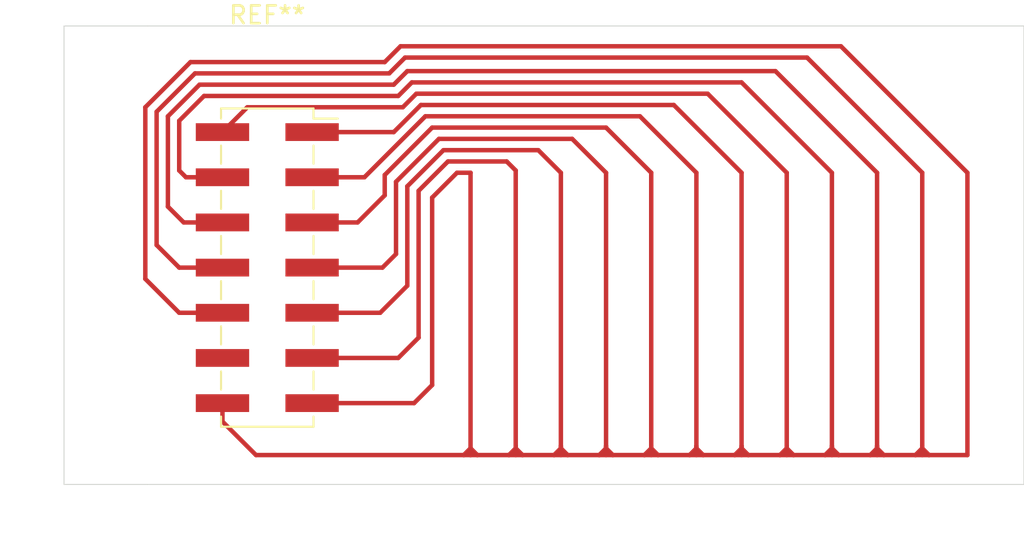
<source format=kicad_pcb>
(kicad_pcb (version 20171130) (host pcbnew "(5.1.6)-1")

  (general
    (thickness 1.6)
    (drawings 6)
    (tracks 155)
    (zones 0)
    (modules 1)
    (nets 1)
  )

  (page A4)
  (layers
    (0 F.Cu signal)
    (31 B.Cu signal)
    (32 B.Adhes user)
    (33 F.Adhes user)
    (34 B.Paste user)
    (35 F.Paste user)
    (36 B.SilkS user)
    (37 F.SilkS user)
    (38 B.Mask user)
    (39 F.Mask user)
    (40 Dwgs.User user)
    (41 Cmts.User user)
    (42 Eco1.User user)
    (43 Eco2.User user)
    (44 Edge.Cuts user)
    (45 Margin user)
    (46 B.CrtYd user)
    (47 F.CrtYd user)
    (48 B.Fab user)
    (49 F.Fab user)
  )

  (setup
    (last_trace_width 0.25)
    (trace_clearance 0.2)
    (zone_clearance 0.508)
    (zone_45_only no)
    (trace_min 0.2)
    (via_size 0.8)
    (via_drill 0.4)
    (via_min_size 0.4)
    (via_min_drill 0.3)
    (uvia_size 0.3)
    (uvia_drill 0.1)
    (uvias_allowed no)
    (uvia_min_size 0.2)
    (uvia_min_drill 0.1)
    (edge_width 0.05)
    (segment_width 0.2)
    (pcb_text_width 0.3)
    (pcb_text_size 1.5 1.5)
    (mod_edge_width 0.12)
    (mod_text_size 1 1)
    (mod_text_width 0.15)
    (pad_size 1.524 1.524)
    (pad_drill 0.762)
    (pad_to_mask_clearance 0.05)
    (aux_axis_origin 0 0)
    (visible_elements 7FFFFFFF)
    (pcbplotparams
      (layerselection 0x010fc_ffffffff)
      (usegerberextensions false)
      (usegerberattributes true)
      (usegerberadvancedattributes true)
      (creategerberjobfile true)
      (excludeedgelayer true)
      (linewidth 0.100000)
      (plotframeref false)
      (viasonmask false)
      (mode 1)
      (useauxorigin false)
      (hpglpennumber 1)
      (hpglpenspeed 20)
      (hpglpendiameter 15.000000)
      (psnegative false)
      (psa4output false)
      (plotreference true)
      (plotvalue true)
      (plotinvisibletext false)
      (padsonsilk false)
      (subtractmaskfromsilk false)
      (outputformat 1)
      (mirror false)
      (drillshape 0)
      (scaleselection 1)
      (outputdirectory "gerber/"))
  )

  (net 0 "")

  (net_class Default "This is the default net class."
    (clearance 0.2)
    (trace_width 0.25)
    (via_dia 0.8)
    (via_drill 0.4)
    (uvia_dia 0.3)
    (uvia_drill 0.1)
  )

  (module Connector_PinSocket_2.54mm:PinSocket_2x07_P2.54mm_Vertical_SMD (layer F.Cu) (tedit 5A19A41F) (tstamp 6286B92F)
    (at 100.457 83.947)
    (descr "surface-mounted straight socket strip, 2x07, 2.54mm pitch, double cols (from Kicad 4.0.7), script generated")
    (tags "Surface mounted socket strip SMD 2x07 2.54mm double row")
    (attr smd)
    (fp_text reference REF** (at 0 -14.2) (layer F.SilkS)
      (effects (font (size 1 1) (thickness 0.15)))
    )
    (fp_text value PinSocket_2x07_P2.54mm_Vertical_SMD (at 0 14.2) (layer F.Fab)
      (effects (font (size 1 1) (thickness 0.15)))
    )
    (fp_line (start -2.6 -8.95) (end 2.6 -8.95) (layer F.SilkS) (width 0.12))
    (fp_line (start 2.6 -8.95) (end 2.6 -8.38) (layer F.SilkS) (width 0.12))
    (fp_line (start 2.6 -6.86) (end 2.6 -5.84) (layer F.SilkS) (width 0.12))
    (fp_line (start 2.6 -4.32) (end 2.6 -3.3) (layer F.SilkS) (width 0.12))
    (fp_line (start 2.6 -1.78) (end 2.6 -0.76) (layer F.SilkS) (width 0.12))
    (fp_line (start 2.6 0.76) (end 2.6 1.78) (layer F.SilkS) (width 0.12))
    (fp_line (start 2.6 3.3) (end 2.6 4.32) (layer F.SilkS) (width 0.12))
    (fp_line (start 2.6 5.84) (end 2.6 6.86) (layer F.SilkS) (width 0.12))
    (fp_line (start 2.6 8.38) (end 2.6 8.95) (layer F.SilkS) (width 0.12))
    (fp_line (start -2.6 8.95) (end 2.6 8.95) (layer F.SilkS) (width 0.12))
    (fp_line (start -2.6 -8.95) (end -2.6 -8.38) (layer F.SilkS) (width 0.12))
    (fp_line (start -2.6 -6.86) (end -2.6 -5.84) (layer F.SilkS) (width 0.12))
    (fp_line (start -2.6 -4.32) (end -2.6 -3.3) (layer F.SilkS) (width 0.12))
    (fp_line (start -2.6 -1.78) (end -2.6 -0.76) (layer F.SilkS) (width 0.12))
    (fp_line (start -2.6 0.76) (end -2.6 1.78) (layer F.SilkS) (width 0.12))
    (fp_line (start -2.6 3.3) (end -2.6 4.32) (layer F.SilkS) (width 0.12))
    (fp_line (start -2.6 5.84) (end -2.6 6.86) (layer F.SilkS) (width 0.12))
    (fp_line (start -2.6 8.38) (end -2.6 8.95) (layer F.SilkS) (width 0.12))
    (fp_line (start 2.6 -8.38) (end 3.96 -8.38) (layer F.SilkS) (width 0.12))
    (fp_line (start -2.54 -8.89) (end 1.54 -8.89) (layer F.Fab) (width 0.1))
    (fp_line (start 1.54 -8.89) (end 2.54 -7.89) (layer F.Fab) (width 0.1))
    (fp_line (start 2.54 -7.89) (end 2.54 8.89) (layer F.Fab) (width 0.1))
    (fp_line (start 2.54 8.89) (end -2.54 8.89) (layer F.Fab) (width 0.1))
    (fp_line (start -2.54 8.89) (end -2.54 -8.89) (layer F.Fab) (width 0.1))
    (fp_line (start -3.92 -7.94) (end -2.54 -7.94) (layer F.Fab) (width 0.1))
    (fp_line (start -2.54 -7.3) (end -3.92 -7.3) (layer F.Fab) (width 0.1))
    (fp_line (start -3.92 -7.3) (end -3.92 -7.94) (layer F.Fab) (width 0.1))
    (fp_line (start 2.54 -7.94) (end 3.92 -7.94) (layer F.Fab) (width 0.1))
    (fp_line (start 3.92 -7.94) (end 3.92 -7.3) (layer F.Fab) (width 0.1))
    (fp_line (start 3.92 -7.3) (end 2.54 -7.3) (layer F.Fab) (width 0.1))
    (fp_line (start -3.92 -5.4) (end -2.54 -5.4) (layer F.Fab) (width 0.1))
    (fp_line (start -2.54 -4.76) (end -3.92 -4.76) (layer F.Fab) (width 0.1))
    (fp_line (start -3.92 -4.76) (end -3.92 -5.4) (layer F.Fab) (width 0.1))
    (fp_line (start 2.54 -5.4) (end 3.92 -5.4) (layer F.Fab) (width 0.1))
    (fp_line (start 3.92 -5.4) (end 3.92 -4.76) (layer F.Fab) (width 0.1))
    (fp_line (start 3.92 -4.76) (end 2.54 -4.76) (layer F.Fab) (width 0.1))
    (fp_line (start -3.92 -2.86) (end -2.54 -2.86) (layer F.Fab) (width 0.1))
    (fp_line (start -2.54 -2.22) (end -3.92 -2.22) (layer F.Fab) (width 0.1))
    (fp_line (start -3.92 -2.22) (end -3.92 -2.86) (layer F.Fab) (width 0.1))
    (fp_line (start 2.54 -2.86) (end 3.92 -2.86) (layer F.Fab) (width 0.1))
    (fp_line (start 3.92 -2.86) (end 3.92 -2.22) (layer F.Fab) (width 0.1))
    (fp_line (start 3.92 -2.22) (end 2.54 -2.22) (layer F.Fab) (width 0.1))
    (fp_line (start -3.92 -0.32) (end -2.54 -0.32) (layer F.Fab) (width 0.1))
    (fp_line (start -2.54 0.32) (end -3.92 0.32) (layer F.Fab) (width 0.1))
    (fp_line (start -3.92 0.32) (end -3.92 -0.32) (layer F.Fab) (width 0.1))
    (fp_line (start 2.54 -0.32) (end 3.92 -0.32) (layer F.Fab) (width 0.1))
    (fp_line (start 3.92 -0.32) (end 3.92 0.32) (layer F.Fab) (width 0.1))
    (fp_line (start 3.92 0.32) (end 2.54 0.32) (layer F.Fab) (width 0.1))
    (fp_line (start -3.92 2.22) (end -2.54 2.22) (layer F.Fab) (width 0.1))
    (fp_line (start -2.54 2.86) (end -3.92 2.86) (layer F.Fab) (width 0.1))
    (fp_line (start -3.92 2.86) (end -3.92 2.22) (layer F.Fab) (width 0.1))
    (fp_line (start 2.54 2.22) (end 3.92 2.22) (layer F.Fab) (width 0.1))
    (fp_line (start 3.92 2.22) (end 3.92 2.86) (layer F.Fab) (width 0.1))
    (fp_line (start 3.92 2.86) (end 2.54 2.86) (layer F.Fab) (width 0.1))
    (fp_line (start -3.92 4.76) (end -2.54 4.76) (layer F.Fab) (width 0.1))
    (fp_line (start -2.54 5.4) (end -3.92 5.4) (layer F.Fab) (width 0.1))
    (fp_line (start -3.92 5.4) (end -3.92 4.76) (layer F.Fab) (width 0.1))
    (fp_line (start 2.54 4.76) (end 3.92 4.76) (layer F.Fab) (width 0.1))
    (fp_line (start 3.92 4.76) (end 3.92 5.4) (layer F.Fab) (width 0.1))
    (fp_line (start 3.92 5.4) (end 2.54 5.4) (layer F.Fab) (width 0.1))
    (fp_line (start -3.92 7.3) (end -2.54 7.3) (layer F.Fab) (width 0.1))
    (fp_line (start -2.54 7.94) (end -3.92 7.94) (layer F.Fab) (width 0.1))
    (fp_line (start -3.92 7.94) (end -3.92 7.3) (layer F.Fab) (width 0.1))
    (fp_line (start 2.54 7.3) (end 3.92 7.3) (layer F.Fab) (width 0.1))
    (fp_line (start 3.92 7.3) (end 3.92 7.94) (layer F.Fab) (width 0.1))
    (fp_line (start 3.92 7.94) (end 2.54 7.94) (layer F.Fab) (width 0.1))
    (fp_line (start -4.55 -9.4) (end 4.5 -9.4) (layer F.CrtYd) (width 0.05))
    (fp_line (start 4.5 -9.4) (end 4.5 9.4) (layer F.CrtYd) (width 0.05))
    (fp_line (start 4.5 9.4) (end -4.55 9.4) (layer F.CrtYd) (width 0.05))
    (fp_line (start -4.55 9.4) (end -4.55 -9.4) (layer F.CrtYd) (width 0.05))
    (fp_text user %R (at 0 0 90) (layer F.Fab)
      (effects (font (size 1 1) (thickness 0.15)))
    )
    (pad 1 smd rect (at 2.52 -7.62) (size 3 1) (layers F.Cu F.Paste F.Mask))
    (pad 2 smd rect (at -2.52 -7.62) (size 3 1) (layers F.Cu F.Paste F.Mask))
    (pad 3 smd rect (at 2.52 -5.08) (size 3 1) (layers F.Cu F.Paste F.Mask))
    (pad 4 smd rect (at -2.52 -5.08) (size 3 1) (layers F.Cu F.Paste F.Mask))
    (pad 5 smd rect (at 2.52 -2.54) (size 3 1) (layers F.Cu F.Paste F.Mask))
    (pad 6 smd rect (at -2.52 -2.54) (size 3 1) (layers F.Cu F.Paste F.Mask))
    (pad 7 smd rect (at 2.52 0) (size 3 1) (layers F.Cu F.Paste F.Mask))
    (pad 8 smd rect (at -2.52 0) (size 3 1) (layers F.Cu F.Paste F.Mask))
    (pad 9 smd rect (at 2.52 2.54) (size 3 1) (layers F.Cu F.Paste F.Mask))
    (pad 10 smd rect (at -2.52 2.54) (size 3 1) (layers F.Cu F.Paste F.Mask))
    (pad 11 smd rect (at 2.52 5.08) (size 3 1) (layers F.Cu F.Paste F.Mask))
    (pad 12 smd rect (at -2.52 5.08) (size 3 1) (layers F.Cu F.Paste F.Mask))
    (pad 13 smd rect (at 2.52 7.62) (size 3 1) (layers F.Cu F.Paste F.Mask))
    (pad 14 smd rect (at -2.52 7.62) (size 3 1) (layers F.Cu F.Paste F.Mask))
    (model ${KISYS3DMOD}/Connector_PinSocket_2.54mm.3dshapes/PinSocket_2x07_P2.54mm_Vertical_SMD.wrl
      (at (xyz 0 0 0))
      (scale (xyz 1 1 1))
      (rotate (xyz 0 0 0))
    )
  )

  (gr_line (start 93.726 96.139) (end 89.027 96.139) (layer Edge.Cuts) (width 0.05) (tstamp 6286BA9B))
  (gr_line (start 93.726 70.358) (end 89.027 70.358) (layer Edge.Cuts) (width 0.05) (tstamp 6286BA9A))
  (gr_line (start 143.002 70.358) (end 93.726 70.358) (layer Edge.Cuts) (width 0.05) (tstamp 62811ECE))
  (gr_line (start 143.002 96.139) (end 143.002 70.358) (layer Edge.Cuts) (width 0.05))
  (gr_line (start 93.726 96.139) (end 143.002 96.139) (layer Edge.Cuts) (width 0.05))
  (gr_line (start 89.027 70.358) (end 89.027 96.139) (layer Edge.Cuts) (width 0.05))

  (segment (start 108.077 74.93) (end 99.334 74.93) (width 0.25) (layer F.Cu) (net 0) (tstamp 6286B987))
  (segment (start 108.839 74.168) (end 108.077 74.93) (width 0.25) (layer F.Cu) (net 0) (tstamp 6286B988))
  (segment (start 129.667 78.613) (end 125.222 74.168) (width 0.25) (layer F.Cu) (net 0) (tstamp 6286B989))
  (segment (start 125.222 74.168) (end 108.839 74.168) (width 0.25) (layer F.Cu) (net 0) (tstamp 6286B98A))
  (segment (start 132.207 78.613) (end 127.127 73.533) (width 0.25) (layer F.Cu) (net 0) (tstamp 6286B98C))
  (segment (start 96.901 74.295) (end 95.504 75.692) (width 0.25) (layer F.Cu) (net 0) (tstamp 6286B98D))
  (segment (start 95.504 75.692) (end 95.504 78.486) (width 0.25) (layer F.Cu) (net 0) (tstamp 6286B98F))
  (segment (start 95.885 78.867) (end 97.937 78.867) (width 0.25) (layer F.Cu) (net 0) (tstamp 6286B990))
  (segment (start 95.504 78.486) (end 95.885 78.867) (width 0.25) (layer F.Cu) (net 0) (tstamp 6286B991))
  (segment (start 108.585 73.533) (end 107.823 74.295) (width 0.25) (layer F.Cu) (net 0) (tstamp 6286B992))
  (segment (start 107.823 74.295) (end 96.901 74.295) (width 0.25) (layer F.Cu) (net 0) (tstamp 6286B993))
  (segment (start 127.127 73.533) (end 108.585 73.533) (width 0.25) (layer F.Cu) (net 0) (tstamp 6286B994))
  (segment (start 107.315 73.025) (end 96.393 73.025) (width 0.25) (layer F.Cu) (net 0) (tstamp 6286B995))
  (segment (start 95.504 83.947) (end 97.937 83.947) (width 0.25) (layer F.Cu) (net 0) (tstamp 6286B996))
  (segment (start 94.234 75.184) (end 94.234 82.677) (width 0.25) (layer F.Cu) (net 0) (tstamp 6286B997))
  (segment (start 137.287 78.613) (end 130.81 72.136) (width 0.25) (layer F.Cu) (net 0) (tstamp 6286B998))
  (segment (start 108.204 72.136) (end 107.315 73.025) (width 0.25) (layer F.Cu) (net 0) (tstamp 6286B999))
  (segment (start 130.81 72.136) (end 108.204 72.136) (width 0.25) (layer F.Cu) (net 0) (tstamp 6286B99A))
  (segment (start 96.393 73.025) (end 94.234 75.184) (width 0.25) (layer F.Cu) (net 0) (tstamp 6286B99C))
  (segment (start 94.234 82.677) (end 95.504 83.947) (width 0.25) (layer F.Cu) (net 0) (tstamp 6286B99D))
  (segment (start 109.728 80.01) (end 109.728 90.551) (width 0.25) (layer F.Cu) (net 0) (tstamp 6286B99E))
  (segment (start 109.728 90.551) (end 108.712 91.567) (width 0.25) (layer F.Cu) (net 0) (tstamp 6286B99F))
  (segment (start 108.712 91.567) (end 102.977 91.567) (width 0.25) (layer F.Cu) (net 0) (tstamp 6286B9A0))
  (segment (start 111.125 78.613) (end 109.728 80.01) (width 0.25) (layer F.Cu) (net 0) (tstamp 6286B9A2))
  (segment (start 111.887 78.613) (end 111.125 78.613) (width 0.25) (layer F.Cu) (net 0) (tstamp 6286B9A3))
  (segment (start 105.537 81.407) (end 102.977 81.407) (width 0.25) (layer F.Cu) (net 0) (tstamp 6286B9A4))
  (segment (start 122.047 78.613) (end 119.507 76.073) (width 0.25) (layer F.Cu) (net 0) (tstamp 6286B9A5))
  (segment (start 109.728 76.073) (end 107.061 78.74) (width 0.25) (layer F.Cu) (net 0) (tstamp 6286B9A6))
  (segment (start 95.504 86.487) (end 97.937 86.487) (width 0.25) (layer F.Cu) (net 0) (tstamp 6286B9A7))
  (segment (start 132.715 71.501) (end 107.95 71.501) (width 0.25) (layer F.Cu) (net 0) (tstamp 6286B9AA))
  (segment (start 119.507 76.073) (end 109.728 76.073) (width 0.25) (layer F.Cu) (net 0) (tstamp 6286B9AB))
  (segment (start 107.061 78.74) (end 107.061 79.883) (width 0.25) (layer F.Cu) (net 0) (tstamp 6286B9AC))
  (segment (start 107.061 72.39) (end 96.139 72.39) (width 0.25) (layer F.Cu) (net 0) (tstamp 6286B9AD))
  (segment (start 139.827 94.488) (end 139.827 78.613) (width 0.25) (layer F.Cu) (net 0) (tstamp 6286B9AE))
  (segment (start 107.569 76.327) (end 102.977 76.327) (width 0.25) (layer F.Cu) (net 0) (tstamp 6286B9AF))
  (segment (start 108.331 79.375) (end 108.331 84.963) (width 0.25) (layer F.Cu) (net 0) (tstamp 6286B9B0))
  (segment (start 139.827 78.613) (end 132.715 71.501) (width 0.25) (layer F.Cu) (net 0) (tstamp 6286B9B1))
  (segment (start 123.317 74.803) (end 109.093 74.803) (width 0.25) (layer F.Cu) (net 0) (tstamp 6286B9B2))
  (segment (start 93.599 84.582) (end 95.504 86.487) (width 0.25) (layer F.Cu) (net 0) (tstamp 6286B9B3))
  (segment (start 93.599 74.93) (end 93.599 84.582) (width 0.25) (layer F.Cu) (net 0) (tstamp 6286B9B4))
  (segment (start 109.093 74.803) (end 107.569 76.327) (width 0.25) (layer F.Cu) (net 0) (tstamp 6286B9B5))
  (segment (start 106.807 86.487) (end 102.977 86.487) (width 0.25) (layer F.Cu) (net 0) (tstamp 6286B9B6))
  (segment (start 115.697 77.343) (end 110.363 77.343) (width 0.25) (layer F.Cu) (net 0) (tstamp 6286B9B7))
  (segment (start 107.95 71.501) (end 107.061 72.39) (width 0.25) (layer F.Cu) (net 0) (tstamp 6286B9B8))
  (segment (start 108.331 84.963) (end 106.807 86.487) (width 0.25) (layer F.Cu) (net 0) (tstamp 6286B9B9))
  (segment (start 110.363 77.343) (end 108.331 79.375) (width 0.25) (layer F.Cu) (net 0) (tstamp 6286B9BA))
  (segment (start 96.139 72.39) (end 93.599 74.93) (width 0.25) (layer F.Cu) (net 0) (tstamp 6286B9BB))
  (segment (start 116.967 78.613) (end 115.697 77.343) (width 0.25) (layer F.Cu) (net 0) (tstamp 6286B9BC))
  (segment (start 107.061 79.883) (end 105.537 81.407) (width 0.25) (layer F.Cu) (net 0) (tstamp 6286B9BE))
  (segment (start 110.617 77.978) (end 108.966 79.629) (width 0.25) (layer F.Cu) (net 0) (tstamp 6286B9BF))
  (segment (start 121.412 75.438) (end 109.347 75.438) (width 0.25) (layer F.Cu) (net 0) (tstamp 6286B9C0))
  (segment (start 99.822 94.488) (end 97.937 92.603) (width 0.25) (layer F.Cu) (net 0) (tstamp 6286B9C1))
  (segment (start 99.334 74.93) (end 97.937 76.327) (width 0.25) (layer F.Cu) (net 0) (tstamp 6286B9C2))
  (segment (start 96.647 73.66) (end 94.869 75.438) (width 0.25) (layer F.Cu) (net 0) (tstamp 6286B9C3))
  (segment (start 109.347 75.438) (end 105.918 78.867) (width 0.25) (layer F.Cu) (net 0) (tstamp 6286B9C5))
  (segment (start 95.758 81.407) (end 97.937 81.407) (width 0.25) (layer F.Cu) (net 0) (tstamp 6286B9C6))
  (segment (start 108.966 79.629) (end 108.966 87.884) (width 0.25) (layer F.Cu) (net 0) (tstamp 6286B9C8))
  (segment (start 94.869 80.518) (end 95.758 81.407) (width 0.25) (layer F.Cu) (net 0) (tstamp 6286B9C9))
  (segment (start 105.918 78.867) (end 102.977 78.867) (width 0.25) (layer F.Cu) (net 0) (tstamp 6286B9CA))
  (segment (start 124.587 78.613) (end 121.412 75.438) (width 0.25) (layer F.Cu) (net 0) (tstamp 6286B9CB))
  (segment (start 108.966 87.884) (end 107.823 89.027) (width 0.25) (layer F.Cu) (net 0) (tstamp 6286B9CC))
  (segment (start 107.823 89.027) (end 102.977 89.027) (width 0.25) (layer F.Cu) (net 0) (tstamp 6286B9CD))
  (segment (start 114.427 78.486) (end 113.919 77.978) (width 0.25) (layer F.Cu) (net 0) (tstamp 6286B9CE))
  (segment (start 134.747 78.613) (end 129.032 72.898) (width 0.25) (layer F.Cu) (net 0) (tstamp 6286B9D0))
  (segment (start 113.919 77.978) (end 110.617 77.978) (width 0.25) (layer F.Cu) (net 0) (tstamp 6286B9D1))
  (segment (start 97.937 92.603) (end 97.937 91.567) (width 0.25) (layer F.Cu) (net 0) (tstamp 6286B9D2))
  (segment (start 127.127 78.613) (end 123.317 74.803) (width 0.25) (layer F.Cu) (net 0) (tstamp 6286B9D4))
  (segment (start 129.032 72.898) (end 108.331 72.898) (width 0.25) (layer F.Cu) (net 0) (tstamp 6286B9D5))
  (segment (start 110.109 76.708) (end 107.696 79.121) (width 0.25) (layer F.Cu) (net 0) (tstamp 6286B9D6))
  (segment (start 119.507 78.613) (end 117.602 76.708) (width 0.25) (layer F.Cu) (net 0) (tstamp 6286B9D7))
  (segment (start 107.569 73.66) (end 96.647 73.66) (width 0.25) (layer F.Cu) (net 0) (tstamp 6286B9D8))
  (segment (start 117.602 76.708) (end 110.109 76.708) (width 0.25) (layer F.Cu) (net 0) (tstamp 6286B9D9))
  (segment (start 107.696 79.121) (end 107.696 83.185) (width 0.25) (layer F.Cu) (net 0) (tstamp 6286B9DB))
  (segment (start 94.869 75.438) (end 94.869 80.518) (width 0.25) (layer F.Cu) (net 0) (tstamp 6286B9DC))
  (segment (start 108.331 72.898) (end 107.569 73.66) (width 0.25) (layer F.Cu) (net 0) (tstamp 6286B9DD))
  (segment (start 106.934 83.947) (end 102.977 83.947) (width 0.25) (layer F.Cu) (net 0) (tstamp 6286B9DE))
  (segment (start 107.696 83.185) (end 106.934 83.947) (width 0.25) (layer F.Cu) (net 0) (tstamp 6286B9E0))
  (segment (start 111.887 94.107) (end 111.506 94.488) (width 0.25) (layer F.Cu) (net 0))
  (segment (start 111.506 94.488) (end 99.822 94.488) (width 0.25) (layer F.Cu) (net 0))
  (segment (start 111.887 94.107) (end 111.887 78.613) (width 0.25) (layer F.Cu) (net 0))
  (segment (start 111.887 94.488) (end 111.506 94.488) (width 0.25) (layer F.Cu) (net 0))
  (segment (start 111.887 94.488) (end 111.887 94.107) (width 0.25) (layer F.Cu) (net 0))
  (segment (start 111.887 94.488) (end 112.268 94.488) (width 0.25) (layer F.Cu) (net 0))
  (segment (start 111.887 94.107) (end 112.268 94.488) (width 0.25) (layer F.Cu) (net 0))
  (segment (start 114.427 94.107) (end 114.046 94.488) (width 0.25) (layer F.Cu) (net 0))
  (segment (start 114.427 94.488) (end 114.427 93.98) (width 0.25) (layer F.Cu) (net 0))
  (segment (start 114.427 93.98) (end 114.427 78.486) (width 0.25) (layer F.Cu) (net 0))
  (segment (start 112.268 94.488) (end 114.046 94.488) (width 0.25) (layer F.Cu) (net 0))
  (segment (start 114.427 93.98) (end 114.427 94.107) (width 0.25) (layer F.Cu) (net 0))
  (segment (start 114.427 94.107) (end 114.808 94.488) (width 0.25) (layer F.Cu) (net 0))
  (segment (start 114.046 94.488) (end 114.808 94.488) (width 0.25) (layer F.Cu) (net 0))
  (segment (start 116.967 94.107) (end 116.586 94.488) (width 0.25) (layer F.Cu) (net 0))
  (segment (start 116.967 93.98) (end 116.967 78.613) (width 0.25) (layer F.Cu) (net 0))
  (segment (start 114.808 94.488) (end 116.586 94.488) (width 0.25) (layer F.Cu) (net 0))
  (segment (start 116.967 94.488) (end 116.967 93.98) (width 0.25) (layer F.Cu) (net 0))
  (segment (start 116.967 94.107) (end 117.348 94.488) (width 0.25) (layer F.Cu) (net 0))
  (segment (start 116.967 93.98) (end 116.967 94.107) (width 0.25) (layer F.Cu) (net 0))
  (segment (start 116.586 94.488) (end 117.348 94.488) (width 0.25) (layer F.Cu) (net 0))
  (segment (start 119.507 94.488) (end 119.507 93.98) (width 0.25) (layer F.Cu) (net 0))
  (segment (start 119.507 93.98) (end 119.507 78.613) (width 0.25) (layer F.Cu) (net 0))
  (segment (start 117.348 94.488) (end 119.126 94.488) (width 0.25) (layer F.Cu) (net 0))
  (segment (start 119.507 94.107) (end 119.126 94.488) (width 0.25) (layer F.Cu) (net 0))
  (segment (start 119.507 93.98) (end 119.507 94.107) (width 0.25) (layer F.Cu) (net 0))
  (segment (start 119.126 94.488) (end 119.888 94.488) (width 0.25) (layer F.Cu) (net 0))
  (segment (start 119.507 94.107) (end 119.888 94.488) (width 0.25) (layer F.Cu) (net 0))
  (segment (start 122.047 94.107) (end 121.666 94.488) (width 0.25) (layer F.Cu) (net 0))
  (segment (start 122.047 94.488) (end 122.047 93.98) (width 0.25) (layer F.Cu) (net 0))
  (segment (start 122.047 93.98) (end 122.047 78.613) (width 0.25) (layer F.Cu) (net 0))
  (segment (start 119.888 94.488) (end 121.666 94.488) (width 0.25) (layer F.Cu) (net 0))
  (segment (start 122.047 93.98) (end 122.047 94.107) (width 0.25) (layer F.Cu) (net 0))
  (segment (start 121.666 94.488) (end 122.428 94.488) (width 0.25) (layer F.Cu) (net 0))
  (segment (start 122.047 94.107) (end 122.428 94.488) (width 0.25) (layer F.Cu) (net 0))
  (segment (start 124.587 94.107) (end 124.206 94.488) (width 0.25) (layer F.Cu) (net 0))
  (segment (start 124.587 94.488) (end 124.587 93.98) (width 0.25) (layer F.Cu) (net 0))
  (segment (start 124.587 93.98) (end 124.587 78.613) (width 0.25) (layer F.Cu) (net 0))
  (segment (start 122.428 94.488) (end 124.206 94.488) (width 0.25) (layer F.Cu) (net 0))
  (segment (start 124.587 93.98) (end 124.587 94.107) (width 0.25) (layer F.Cu) (net 0))
  (segment (start 124.587 94.107) (end 124.968 94.488) (width 0.25) (layer F.Cu) (net 0))
  (segment (start 124.206 94.488) (end 124.968 94.488) (width 0.25) (layer F.Cu) (net 0))
  (segment (start 127.127 94.107) (end 126.746 94.488) (width 0.25) (layer F.Cu) (net 0))
  (segment (start 127.127 94.488) (end 127.127 93.98) (width 0.25) (layer F.Cu) (net 0))
  (segment (start 127.127 93.98) (end 127.127 78.613) (width 0.25) (layer F.Cu) (net 0))
  (segment (start 124.968 94.488) (end 126.746 94.488) (width 0.25) (layer F.Cu) (net 0))
  (segment (start 127.127 94.107) (end 127.508 94.488) (width 0.25) (layer F.Cu) (net 0))
  (segment (start 127.127 93.98) (end 127.127 94.107) (width 0.25) (layer F.Cu) (net 0))
  (segment (start 126.746 94.488) (end 127.508 94.488) (width 0.25) (layer F.Cu) (net 0))
  (segment (start 129.667 94.107) (end 129.286 94.488) (width 0.25) (layer F.Cu) (net 0))
  (segment (start 129.667 94.488) (end 129.667 93.98) (width 0.25) (layer F.Cu) (net 0))
  (segment (start 129.667 93.98) (end 129.667 78.613) (width 0.25) (layer F.Cu) (net 0))
  (segment (start 127.508 94.488) (end 129.286 94.488) (width 0.25) (layer F.Cu) (net 0))
  (segment (start 129.667 93.98) (end 129.667 94.107) (width 0.25) (layer F.Cu) (net 0))
  (segment (start 129.286 94.488) (end 130.048 94.488) (width 0.25) (layer F.Cu) (net 0))
  (segment (start 129.667 94.107) (end 130.048 94.488) (width 0.25) (layer F.Cu) (net 0))
  (segment (start 132.207 94.107) (end 131.826 94.488) (width 0.25) (layer F.Cu) (net 0))
  (segment (start 132.207 94.488) (end 132.207 93.98) (width 0.25) (layer F.Cu) (net 0))
  (segment (start 132.207 93.98) (end 132.207 78.613) (width 0.25) (layer F.Cu) (net 0))
  (segment (start 130.048 94.488) (end 131.826 94.488) (width 0.25) (layer F.Cu) (net 0))
  (segment (start 132.207 94.107) (end 132.588 94.488) (width 0.25) (layer F.Cu) (net 0))
  (segment (start 132.207 93.98) (end 132.207 94.107) (width 0.25) (layer F.Cu) (net 0))
  (segment (start 131.826 94.488) (end 132.588 94.488) (width 0.25) (layer F.Cu) (net 0))
  (segment (start 134.747 94.107) (end 134.366 94.488) (width 0.25) (layer F.Cu) (net 0))
  (segment (start 134.747 94.488) (end 134.747 93.98) (width 0.25) (layer F.Cu) (net 0))
  (segment (start 134.747 93.98) (end 134.747 78.613) (width 0.25) (layer F.Cu) (net 0))
  (segment (start 132.588 94.488) (end 134.366 94.488) (width 0.25) (layer F.Cu) (net 0))
  (segment (start 134.747 94.107) (end 135.128 94.488) (width 0.25) (layer F.Cu) (net 0))
  (segment (start 134.747 93.98) (end 134.747 94.107) (width 0.25) (layer F.Cu) (net 0))
  (segment (start 134.366 94.488) (end 135.128 94.488) (width 0.25) (layer F.Cu) (net 0))
  (segment (start 137.287 94.107) (end 136.906 94.488) (width 0.25) (layer F.Cu) (net 0))
  (segment (start 137.287 93.98) (end 137.287 78.613) (width 0.25) (layer F.Cu) (net 0))
  (segment (start 137.287 94.488) (end 137.287 93.98) (width 0.25) (layer F.Cu) (net 0))
  (segment (start 135.128 94.488) (end 136.906 94.488) (width 0.25) (layer F.Cu) (net 0))
  (segment (start 137.287 94.107) (end 137.668 94.488) (width 0.25) (layer F.Cu) (net 0))
  (segment (start 137.287 93.98) (end 137.287 94.107) (width 0.25) (layer F.Cu) (net 0))
  (segment (start 136.906 94.488) (end 137.668 94.488) (width 0.25) (layer F.Cu) (net 0))
  (segment (start 137.668 94.488) (end 139.827 94.488) (width 0.25) (layer F.Cu) (net 0))

)

</source>
